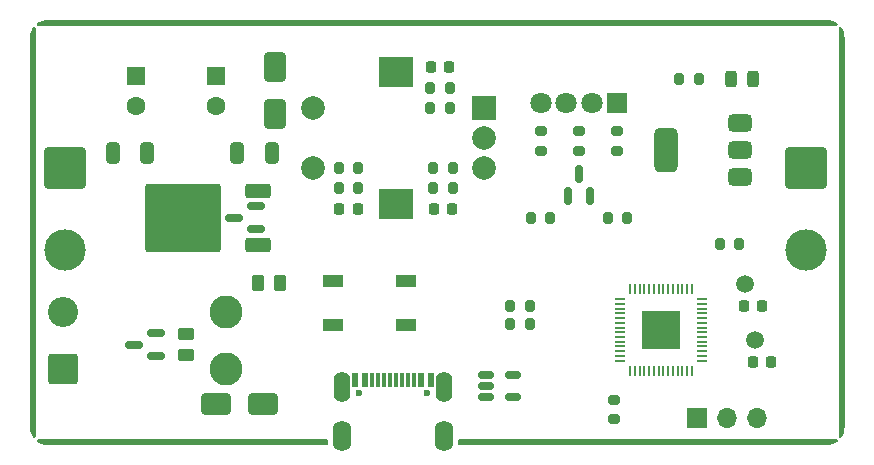
<source format=gbr>
%TF.GenerationSoftware,KiCad,Pcbnew,7.0.10-7.0.10~ubuntu22.04.1*%
%TF.CreationDate,2024-06-22T11:50:55+05:30*%
%TF.ProjectId,Light-CC,4c696768-742d-4434-932e-6b696361645f,rev?*%
%TF.SameCoordinates,PX4c4b400PY7270e00*%
%TF.FileFunction,Soldermask,Top*%
%TF.FilePolarity,Negative*%
%FSLAX46Y46*%
G04 Gerber Fmt 4.6, Leading zero omitted, Abs format (unit mm)*
G04 Created by KiCad (PCBNEW 7.0.10-7.0.10~ubuntu22.04.1) date 2024-06-22 11:50:55*
%MOMM*%
%LPD*%
G01*
G04 APERTURE LIST*
G04 Aperture macros list*
%AMRoundRect*
0 Rectangle with rounded corners*
0 $1 Rounding radius*
0 $2 $3 $4 $5 $6 $7 $8 $9 X,Y pos of 4 corners*
0 Add a 4 corners polygon primitive as box body*
4,1,4,$2,$3,$4,$5,$6,$7,$8,$9,$2,$3,0*
0 Add four circle primitives for the rounded corners*
1,1,$1+$1,$2,$3*
1,1,$1+$1,$4,$5*
1,1,$1+$1,$6,$7*
1,1,$1+$1,$8,$9*
0 Add four rect primitives between the rounded corners*
20,1,$1+$1,$2,$3,$4,$5,0*
20,1,$1+$1,$4,$5,$6,$7,0*
20,1,$1+$1,$6,$7,$8,$9,0*
20,1,$1+$1,$8,$9,$2,$3,0*%
G04 Aperture macros list end*
%ADD10RoundRect,0.250000X-0.262500X-0.450000X0.262500X-0.450000X0.262500X0.450000X-0.262500X0.450000X0*%
%ADD11R,1.600000X1.600000*%
%ADD12C,1.600000*%
%ADD13RoundRect,0.150000X0.587500X0.150000X-0.587500X0.150000X-0.587500X-0.150000X0.587500X-0.150000X0*%
%ADD14RoundRect,0.250000X1.000000X0.650000X-1.000000X0.650000X-1.000000X-0.650000X1.000000X-0.650000X0*%
%ADD15RoundRect,0.200000X0.200000X0.275000X-0.200000X0.275000X-0.200000X-0.275000X0.200000X-0.275000X0*%
%ADD16RoundRect,0.200000X-0.200000X-0.275000X0.200000X-0.275000X0.200000X0.275000X-0.200000X0.275000X0*%
%ADD17R,1.700000X1.700000*%
%ADD18O,1.700000X1.700000*%
%ADD19RoundRect,0.225000X0.225000X0.250000X-0.225000X0.250000X-0.225000X-0.250000X0.225000X-0.250000X0*%
%ADD20RoundRect,0.375000X0.625000X0.375000X-0.625000X0.375000X-0.625000X-0.375000X0.625000X-0.375000X0*%
%ADD21RoundRect,0.500000X0.500000X1.400000X-0.500000X1.400000X-0.500000X-1.400000X0.500000X-1.400000X0*%
%ADD22RoundRect,0.250000X0.850000X0.350000X-0.850000X0.350000X-0.850000X-0.350000X0.850000X-0.350000X0*%
%ADD23RoundRect,0.249997X2.950003X2.650003X-2.950003X2.650003X-2.950003X-2.650003X2.950003X-2.650003X0*%
%ADD24RoundRect,0.225000X-0.225000X-0.250000X0.225000X-0.250000X0.225000X0.250000X-0.225000X0.250000X0*%
%ADD25C,0.600000*%
%ADD26R,0.600000X1.160000*%
%ADD27R,0.300000X1.160000*%
%ADD28O,1.400000X2.600000*%
%ADD29O,1.600000X2.600000*%
%ADD30RoundRect,0.050000X0.050000X-0.387500X0.050000X0.387500X-0.050000X0.387500X-0.050000X-0.387500X0*%
%ADD31RoundRect,0.050000X0.387500X-0.050000X0.387500X0.050000X-0.387500X0.050000X-0.387500X-0.050000X0*%
%ADD32R,3.200000X3.200000*%
%ADD33RoundRect,0.200000X-0.275000X0.200000X-0.275000X-0.200000X0.275000X-0.200000X0.275000X0.200000X0*%
%ADD34RoundRect,0.150000X-0.512500X-0.150000X0.512500X-0.150000X0.512500X0.150000X-0.512500X0.150000X0*%
%ADD35RoundRect,0.250000X0.325000X0.650000X-0.325000X0.650000X-0.325000X-0.650000X0.325000X-0.650000X0*%
%ADD36RoundRect,0.243750X0.243750X0.456250X-0.243750X0.456250X-0.243750X-0.456250X0.243750X-0.456250X0*%
%ADD37RoundRect,0.250000X-0.325000X-0.650000X0.325000X-0.650000X0.325000X0.650000X-0.325000X0.650000X0*%
%ADD38RoundRect,0.250002X-1.499998X1.499998X-1.499998X-1.499998X1.499998X-1.499998X1.499998X1.499998X0*%
%ADD39C,3.500000*%
%ADD40RoundRect,0.150000X0.150000X-0.587500X0.150000X0.587500X-0.150000X0.587500X-0.150000X-0.587500X0*%
%ADD41RoundRect,0.250000X0.450000X-0.262500X0.450000X0.262500X-0.450000X0.262500X-0.450000X-0.262500X0*%
%ADD42R,1.800000X1.100000*%
%ADD43C,2.800000*%
%ADD44RoundRect,0.249999X1.025001X-1.025001X1.025001X1.025001X-1.025001X1.025001X-1.025001X-1.025001X0*%
%ADD45C,2.550000*%
%ADD46RoundRect,0.250000X-0.650000X1.000000X-0.650000X-1.000000X0.650000X-1.000000X0.650000X1.000000X0*%
%ADD47R,2.000000X2.000000*%
%ADD48C,2.000000*%
%ADD49R,3.000000X2.500000*%
%ADD50R,1.800000X1.800000*%
%ADD51C,1.800000*%
%ADD52C,1.500000*%
G04 APERTURE END LIST*
D10*
%TO.C,R2*%
X19337500Y13750000D03*
X21162500Y13750000D03*
%TD*%
D11*
%TO.C,C8*%
X9000000Y31205112D03*
D12*
X9000000Y28705112D03*
%TD*%
D13*
%TO.C,Q3*%
X19187500Y18300000D03*
X19187500Y20200000D03*
X17312500Y19250000D03*
%TD*%
D14*
%TO.C,D1*%
X19750000Y3500000D03*
X15750000Y3500000D03*
%TD*%
D15*
%TO.C,R21*%
X27825000Y21750000D03*
X26175000Y21750000D03*
%TD*%
D16*
%TO.C,R19*%
X34175000Y21750000D03*
X35825000Y21750000D03*
%TD*%
%TO.C,R22*%
X55000000Y31000000D03*
X56650000Y31000000D03*
%TD*%
D17*
%TO.C,J4*%
X56460000Y2250000D03*
D18*
X59000000Y2250000D03*
X61540000Y2250000D03*
%TD*%
D19*
%TO.C,C12*%
X62025000Y11775000D03*
X60475000Y11775000D03*
%TD*%
D13*
%TO.C,Q1*%
X10687500Y7550000D03*
X10687500Y9450000D03*
X8812500Y8500000D03*
%TD*%
D16*
%TO.C,R5*%
X58425000Y17000000D03*
X60075000Y17000000D03*
%TD*%
D20*
%TO.C,U1*%
X60150000Y22700000D03*
X60150000Y25000000D03*
D21*
X53850000Y25000000D03*
D20*
X60150000Y27300000D03*
%TD*%
D16*
%TO.C,R15*%
X33925000Y30250000D03*
X35575000Y30250000D03*
%TD*%
%TO.C,R9*%
X40675000Y11750000D03*
X42325000Y11750000D03*
%TD*%
D22*
%TO.C,Q2*%
X19300000Y16970000D03*
D23*
X13000000Y19250000D03*
D22*
X19300000Y21530000D03*
%TD*%
D15*
%TO.C,R16*%
X35825000Y23500000D03*
X34175000Y23500000D03*
%TD*%
D24*
%TO.C,C23*%
X33975000Y32000000D03*
X35525000Y32000000D03*
%TD*%
D19*
%TO.C,C11*%
X62775000Y7000000D03*
X61225000Y7000000D03*
%TD*%
D25*
%TO.C,J5*%
X27860000Y4450000D03*
X33640000Y4450000D03*
D26*
X27550000Y5510000D03*
X28350000Y5510000D03*
D27*
X29500000Y5510000D03*
X30500000Y5510000D03*
X31000000Y5510000D03*
X32000000Y5510000D03*
D26*
X33150000Y5510000D03*
X33950000Y5510000D03*
X33950000Y5510000D03*
X33150000Y5510000D03*
D27*
X32500000Y5510000D03*
X31500000Y5510000D03*
X30000000Y5510000D03*
X29000000Y5510000D03*
D26*
X28350000Y5510000D03*
X27550000Y5510000D03*
D28*
X26430000Y4930000D03*
D29*
X26430000Y760000D03*
D28*
X35070000Y4930000D03*
D29*
X35070000Y760000D03*
%TD*%
D16*
%TO.C,R8*%
X40675000Y10250000D03*
X42325000Y10250000D03*
%TD*%
D30*
%TO.C,U3*%
X50850000Y6312500D03*
X51250000Y6312500D03*
X51650000Y6312500D03*
X52050000Y6312500D03*
X52450000Y6312500D03*
X52850000Y6312500D03*
X53250000Y6312500D03*
X53650000Y6312500D03*
X54050000Y6312500D03*
X54450000Y6312500D03*
X54850000Y6312500D03*
X55250000Y6312500D03*
X55650000Y6312500D03*
X56050000Y6312500D03*
D31*
X56887500Y7150000D03*
X56887500Y7550000D03*
X56887500Y7950000D03*
X56887500Y8350000D03*
X56887500Y8750000D03*
X56887500Y9150000D03*
X56887500Y9550000D03*
X56887500Y9950000D03*
X56887500Y10350000D03*
X56887500Y10750000D03*
X56887500Y11150000D03*
X56887500Y11550000D03*
X56887500Y11950000D03*
X56887500Y12350000D03*
D30*
X56050000Y13187500D03*
X55650000Y13187500D03*
X55250000Y13187500D03*
X54850000Y13187500D03*
X54450000Y13187500D03*
X54050000Y13187500D03*
X53650000Y13187500D03*
X53250000Y13187500D03*
X52850000Y13187500D03*
X52450000Y13187500D03*
X52050000Y13187500D03*
X51650000Y13187500D03*
X51250000Y13187500D03*
X50850000Y13187500D03*
D31*
X50012500Y12350000D03*
X50012500Y11950000D03*
X50012500Y11550000D03*
X50012500Y11150000D03*
X50012500Y10750000D03*
X50012500Y10350000D03*
X50012500Y9950000D03*
X50012500Y9550000D03*
X50012500Y9150000D03*
X50012500Y8750000D03*
X50012500Y8350000D03*
X50012500Y7950000D03*
X50012500Y7550000D03*
X50012500Y7150000D03*
D32*
X53450000Y9750000D03*
%TD*%
D33*
%TO.C,R13*%
X46500000Y26575000D03*
X46500000Y24925000D03*
%TD*%
D16*
%TO.C,R10*%
X48925000Y19250000D03*
X50575000Y19250000D03*
%TD*%
D33*
%TO.C,R20*%
X43250000Y26575000D03*
X43250000Y24925000D03*
%TD*%
%TO.C,R12*%
X49750000Y26575000D03*
X49750000Y24925000D03*
%TD*%
D34*
%TO.C,U4*%
X38612500Y5950000D03*
X38612500Y5000000D03*
X38612500Y4050000D03*
X40887500Y4050000D03*
X40887500Y5950000D03*
%TD*%
D35*
%TO.C,C6*%
X9975000Y24750000D03*
X7025000Y24750000D03*
%TD*%
D36*
%TO.C,D4*%
X61250000Y31000000D03*
X59375000Y31000000D03*
%TD*%
D11*
%TO.C,C7*%
X15750000Y31205112D03*
D12*
X15750000Y28705112D03*
%TD*%
D37*
%TO.C,C5*%
X17525000Y24750000D03*
X20475000Y24750000D03*
%TD*%
D38*
%TO.C,J3*%
X3000000Y23500000D03*
D39*
X3000000Y16500000D03*
%TD*%
D16*
%TO.C,R18*%
X26175000Y23500000D03*
X27825000Y23500000D03*
%TD*%
D38*
%TO.C,J1*%
X65750000Y23500000D03*
D39*
X65750000Y16500000D03*
%TD*%
D16*
%TO.C,R17*%
X42425000Y19250000D03*
X44075000Y19250000D03*
%TD*%
D40*
%TO.C,Q5*%
X45550000Y21062500D03*
X47450000Y21062500D03*
X46500000Y22937500D03*
%TD*%
D33*
%TO.C,R3*%
X49500000Y3825000D03*
X49500000Y2175000D03*
%TD*%
D41*
%TO.C,R1*%
X13250000Y7587500D03*
X13250000Y9412500D03*
%TD*%
D19*
%TO.C,C25*%
X27775000Y20000000D03*
X26225000Y20000000D03*
%TD*%
D16*
%TO.C,R14*%
X33925000Y28500000D03*
X35575000Y28500000D03*
%TD*%
D24*
%TO.C,C24*%
X34225000Y20000000D03*
X35775000Y20000000D03*
%TD*%
D42*
%TO.C,RST1*%
X25650000Y13850000D03*
X31850000Y13850000D03*
X25650000Y10150000D03*
X31850000Y10150000D03*
%TD*%
D43*
%TO.C,J2*%
X16590000Y6450000D03*
X16590000Y11250000D03*
D44*
X2790000Y6450000D03*
D45*
X2790000Y11250000D03*
%TD*%
D46*
%TO.C,D2*%
X20750000Y32000000D03*
X20750000Y28000000D03*
%TD*%
D47*
%TO.C,SW1*%
X38500000Y28500000D03*
D48*
X38500000Y23500000D03*
X38500000Y26000000D03*
D49*
X31000000Y20400000D03*
X31000000Y31600000D03*
D48*
X24000000Y28500000D03*
X24000000Y23500000D03*
%TD*%
D50*
%TO.C,D3*%
X49740000Y29000000D03*
D51*
X47581000Y29000000D03*
X45422000Y29000000D03*
X43263000Y29000000D03*
%TD*%
D52*
%TO.C,Y1*%
X60574562Y13662779D03*
X61421965Y8856917D03*
%TD*%
G36*
X455177Y35385879D02*
G01*
X494202Y35327924D01*
X500000Y35290449D01*
X500000Y709552D01*
X480315Y642513D01*
X427511Y596758D01*
X358353Y586814D01*
X294797Y615839D01*
X270273Y644762D01*
X168590Y810692D01*
X159756Y828029D01*
X77149Y1027459D01*
X71136Y1045965D01*
X20745Y1255858D01*
X17701Y1275077D01*
X382Y1495148D01*
X0Y1504876D01*
X0Y34495125D01*
X382Y34504853D01*
X17701Y34724924D01*
X20745Y34744143D01*
X71136Y34954036D01*
X77149Y34972542D01*
X159756Y35171972D01*
X168590Y35189309D01*
X270273Y35355239D01*
X322085Y35402114D01*
X391015Y35413537D01*
X455177Y35385879D01*
G37*
G36*
X68357488Y480315D02*
G01*
X68403243Y427511D01*
X68413187Y358353D01*
X68384162Y294797D01*
X68355239Y270272D01*
X68189308Y168590D01*
X68171971Y159757D01*
X67972541Y77150D01*
X67954035Y71137D01*
X67744142Y20746D01*
X67724924Y17702D01*
X67504854Y382D01*
X67495125Y0D01*
X36374000Y0D01*
X36306961Y19685D01*
X36261206Y72489D01*
X36250000Y124000D01*
X36250000Y376000D01*
X36269685Y443039D01*
X36322489Y488794D01*
X36374000Y500000D01*
X68290449Y500000D01*
X68357488Y480315D01*
G37*
G36*
X25193039Y480315D02*
G01*
X25238794Y427511D01*
X25250000Y376000D01*
X25250000Y124000D01*
X25230315Y56961D01*
X25177511Y11206D01*
X25126000Y0D01*
X1504875Y0D01*
X1495146Y382D01*
X1275075Y17702D01*
X1255857Y20746D01*
X1045964Y71137D01*
X1027458Y77150D01*
X828028Y159757D01*
X810691Y168591D01*
X644761Y270273D01*
X597886Y322084D01*
X586463Y391014D01*
X614120Y455177D01*
X672076Y494202D01*
X709551Y500000D01*
X25126000Y500000D01*
X25193039Y480315D01*
G37*
G36*
X68705203Y35384162D02*
G01*
X68729727Y35355239D01*
X68831409Y35189309D01*
X68840243Y35171972D01*
X68922850Y34972542D01*
X68928863Y34954036D01*
X68979254Y34744143D01*
X68982298Y34724925D01*
X68999618Y34504854D01*
X69000000Y34495125D01*
X69000000Y1504876D01*
X68999618Y1495147D01*
X68982298Y1275076D01*
X68979254Y1255858D01*
X68928863Y1045965D01*
X68922850Y1027459D01*
X68840243Y828029D01*
X68831409Y810692D01*
X68729727Y644762D01*
X68677916Y597887D01*
X68608986Y586464D01*
X68544823Y614121D01*
X68505798Y672077D01*
X68500000Y709552D01*
X68500000Y35290449D01*
X68519685Y35357488D01*
X68572489Y35403243D01*
X68641647Y35413187D01*
X68705203Y35384162D01*
G37*
G36*
X67504853Y35999618D02*
G01*
X67724923Y35982299D01*
X67744142Y35979255D01*
X67954035Y35928864D01*
X67972541Y35922851D01*
X68171971Y35840244D01*
X68189308Y35831410D01*
X68355239Y35729727D01*
X68402114Y35677915D01*
X68413537Y35608986D01*
X68385880Y35544823D01*
X68327924Y35505798D01*
X68290449Y35500000D01*
X709551Y35500000D01*
X642512Y35519685D01*
X596757Y35572489D01*
X586813Y35641647D01*
X615838Y35705203D01*
X644761Y35729727D01*
X810691Y35831410D01*
X828028Y35840244D01*
X1027458Y35922851D01*
X1045964Y35928864D01*
X1255857Y35979255D01*
X1275076Y35982299D01*
X1495147Y35999618D01*
X1504875Y36000000D01*
X67495125Y36000000D01*
X67504853Y35999618D01*
G37*
M02*

</source>
